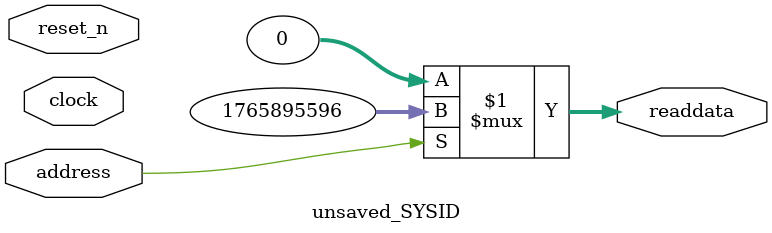
<source format=v>



// synthesis translate_off
`timescale 1ns / 1ps
// synthesis translate_on

// turn off superfluous verilog processor warnings 
// altera message_level Level1 
// altera message_off 10034 10035 10036 10037 10230 10240 10030 

module unsaved_SYSID (
               // inputs:
                address,
                clock,
                reset_n,

               // outputs:
                readdata
             )
;

  output  [ 31: 0] readdata;
  input            address;
  input            clock;
  input            reset_n;

  wire    [ 31: 0] readdata;
  //control_slave, which is an e_avalon_slave
  assign readdata = address ? 1765895596 : 0;

endmodule



</source>
